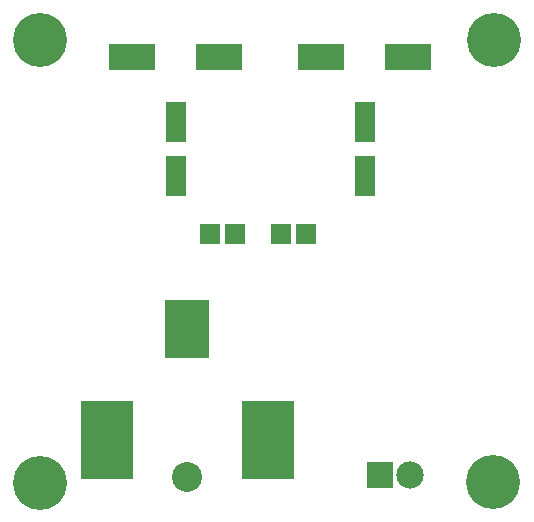
<source format=gts>
G04 (created by PCBNEW-RS274X (2011-nov-30)-testing) date Wed 15 Aug 2012 04:22:11 PM EDT*
%MOIN*%
G04 Gerber Fmt 3.4, Leading zero omitted, Abs format*
%FSLAX34Y34*%
G01*
G70*
G90*
G04 APERTURE LIST*
%ADD10C,0.006*%
%ADD11R,0.0672X0.0672*%
%ADD12R,0.0909X0.0909*%
%ADD13C,0.0909*%
%ADD14R,0.1499X0.1932*%
%ADD15R,0.1735X0.2641*%
%ADD16C,0.1*%
%ADD17C,0.18*%
%ADD18R,0.07X0.135*%
%ADD19R,0.155X0.085*%
G04 APERTURE END LIST*
G54D10*
G54D11*
X6851Y9555D03*
X7677Y9555D03*
X9213Y9555D03*
X10039Y9555D03*
G54D12*
X12500Y1500D03*
G54D13*
X13500Y1500D03*
G54D14*
X6083Y6374D03*
G54D15*
X3406Y2674D03*
X8760Y2674D03*
G54D16*
X6083Y1453D03*
G54D17*
X1162Y16020D03*
X16319Y16020D03*
X16280Y1274D03*
X1162Y1256D03*
G54D18*
X11988Y13279D03*
X11988Y11479D03*
G54D19*
X10538Y15429D03*
X13438Y15429D03*
G54D18*
X5689Y13279D03*
X5689Y11479D03*
G54D19*
X4239Y15429D03*
X7139Y15429D03*
M02*

</source>
